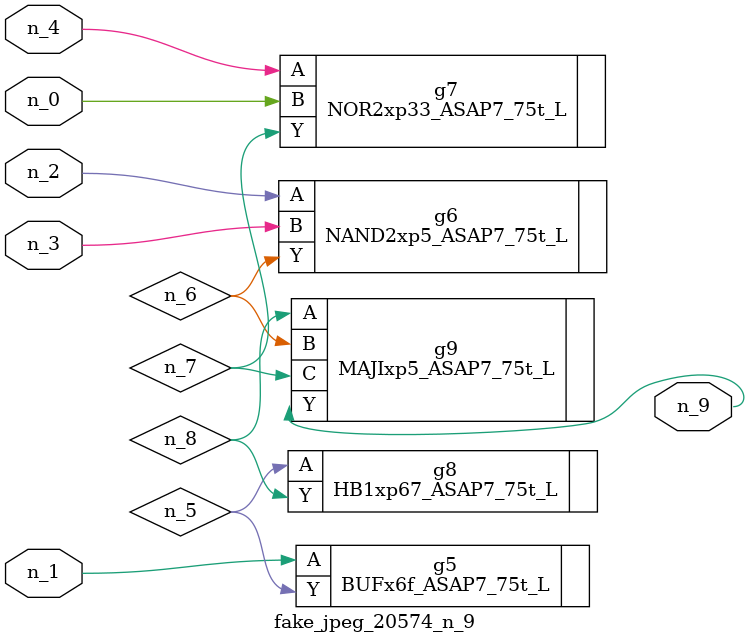
<source format=v>
module fake_jpeg_20574_n_9 (n_3, n_2, n_1, n_0, n_4, n_9);

input n_3;
input n_2;
input n_1;
input n_0;
input n_4;

output n_9;

wire n_8;
wire n_6;
wire n_5;
wire n_7;

BUFx6f_ASAP7_75t_L g5 ( 
.A(n_1),
.Y(n_5)
);

NAND2xp5_ASAP7_75t_L g6 ( 
.A(n_2),
.B(n_3),
.Y(n_6)
);

NOR2xp33_ASAP7_75t_L g7 ( 
.A(n_4),
.B(n_0),
.Y(n_7)
);

HB1xp67_ASAP7_75t_L g8 ( 
.A(n_5),
.Y(n_8)
);

MAJIxp5_ASAP7_75t_L g9 ( 
.A(n_8),
.B(n_6),
.C(n_7),
.Y(n_9)
);


endmodule
</source>
